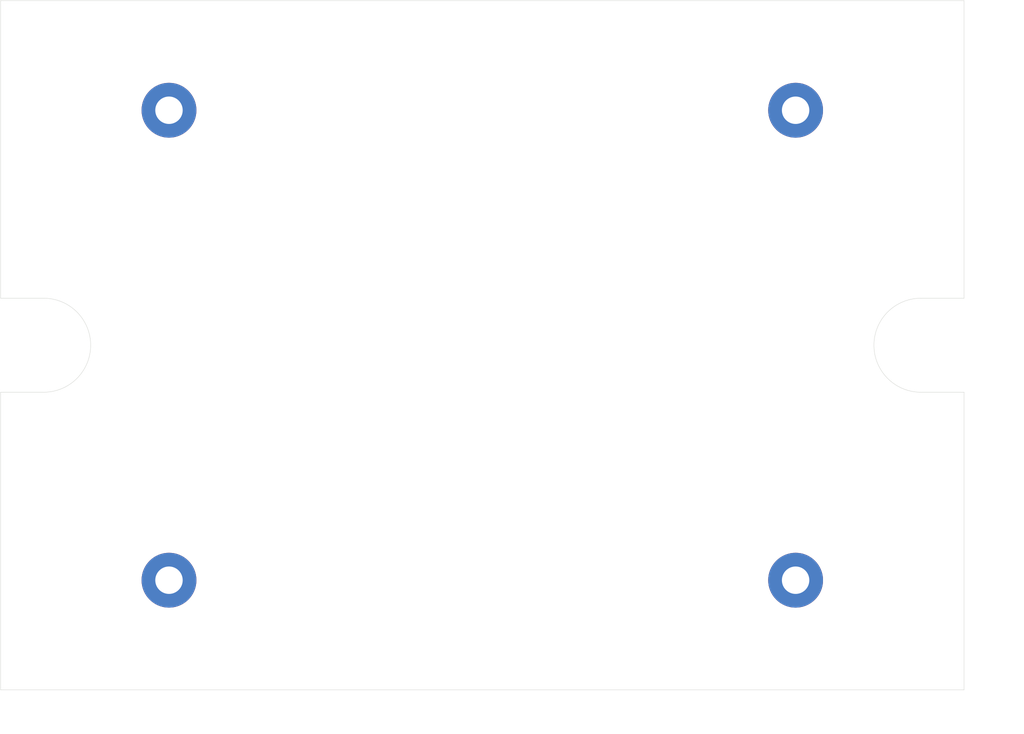
<source format=kicad_pcb>
(kicad_pcb (version 20171130) (host pcbnew "(5.1.4)-1")

  (general
    (thickness 1.6)
    (drawings 14)
    (tracks 0)
    (zones 0)
    (modules 4)
    (nets 1)
  )

  (page A4)
  (layers
    (0 F.Cu signal)
    (31 B.Cu signal)
    (32 B.Adhes user)
    (33 F.Adhes user)
    (34 B.Paste user)
    (35 F.Paste user)
    (36 B.SilkS user)
    (37 F.SilkS user)
    (38 B.Mask user)
    (39 F.Mask user)
    (40 Dwgs.User user)
    (41 Cmts.User user)
    (42 Eco1.User user)
    (43 Eco2.User user)
    (44 Edge.Cuts user)
    (45 Margin user)
    (46 B.CrtYd user)
    (47 F.CrtYd user)
    (48 B.Fab user)
    (49 F.Fab user)
  )

  (setup
    (last_trace_width 0.25)
    (trace_clearance 0.2)
    (zone_clearance 0.508)
    (zone_45_only no)
    (trace_min 0.2)
    (via_size 0.8)
    (via_drill 0.4)
    (via_min_size 0.4)
    (via_min_drill 0.3)
    (uvia_size 0.3)
    (uvia_drill 0.1)
    (uvias_allowed no)
    (uvia_min_size 0.2)
    (uvia_min_drill 0.1)
    (edge_width 0.05)
    (segment_width 0.2)
    (pcb_text_width 0.3)
    (pcb_text_size 1.5 1.5)
    (mod_edge_width 0.12)
    (mod_text_size 1 1)
    (mod_text_width 0.15)
    (pad_size 7 7)
    (pad_drill 3.5)
    (pad_to_mask_clearance 0.051)
    (solder_mask_min_width 0.25)
    (aux_axis_origin 15 103)
    (visible_elements 7FFFFFFF)
    (pcbplotparams
      (layerselection 0x010fc_ffffffff)
      (usegerberextensions false)
      (usegerberattributes false)
      (usegerberadvancedattributes false)
      (creategerberjobfile false)
      (excludeedgelayer true)
      (linewidth 0.100000)
      (plotframeref false)
      (viasonmask false)
      (mode 1)
      (useauxorigin false)
      (hpglpennumber 1)
      (hpglpenspeed 20)
      (hpglpendiameter 15.000000)
      (psnegative false)
      (psa4output false)
      (plotreference true)
      (plotvalue true)
      (plotinvisibletext false)
      (padsonsilk false)
      (subtractmaskfromsilk false)
      (outputformat 1)
      (mirror false)
      (drillshape 1)
      (scaleselection 1)
      (outputdirectory ""))
  )

  (net 0 "")

  (net_class Default "This is the default net class."
    (clearance 0.2)
    (trace_width 0.25)
    (via_dia 0.8)
    (via_drill 0.4)
    (uvia_dia 0.3)
    (uvia_drill 0.1)
  )

  (module MountingHole:MountingHole_3.5mm_Pad (layer F.Cu) (tedit 5D742D25) (tstamp 5D722C4E)
    (at 36.5 29)
    (descr "Mounting Hole 3.5mm")
    (tags "mounting hole 3.5mm")
    (attr virtual)
    (fp_text reference ~ (at 0 -4.5) (layer F.SilkS) hide
      (effects (font (size 1 1) (thickness 0.15)))
    )
    (fp_text value ~ (at 0 4.5) (layer F.Fab) hide
      (effects (font (size 1 1) (thickness 0.15)))
    )
    (fp_text user %R (at 0.3 0) (layer F.Fab)
      (effects (font (size 1 1) (thickness 0.15)))
    )
    (fp_circle (center 0 0) (end 3.5 0) (layer Cmts.User) (width 0.15))
    (fp_circle (center 0 0) (end 3.75 0) (layer F.CrtYd) (width 0.05))
    (pad ~ thru_hole circle (at 0 0) (size 7 7) (drill 3.5) (layers *.Cu *.Mask))
  )

  (module MountingHole:MountingHole_3.5mm_Pad (layer F.Cu) (tedit 5D742D3F) (tstamp 5D722C40)
    (at 36.5 89)
    (descr "Mounting Hole 3.5mm")
    (tags "mounting hole 3.5mm")
    (attr virtual)
    (fp_text reference ~ (at 0 -4.5) (layer F.SilkS) hide
      (effects (font (size 1 1) (thickness 0.15)))
    )
    (fp_text value ~ (at 0 4.5) (layer F.Fab) hide
      (effects (font (size 1 1) (thickness 0.15)))
    )
    (fp_circle (center 0 0) (end 3.75 0) (layer F.CrtYd) (width 0.05))
    (fp_circle (center 0 0) (end 3.5 0) (layer Cmts.User) (width 0.15))
    (fp_text user %R (at 0.3 0) (layer F.Fab)
      (effects (font (size 1 1) (thickness 0.15)))
    )
    (pad ~ thru_hole circle (at 0 0) (size 7 7) (drill 3.5) (layers *.Cu *.Mask))
  )

  (module MountingHole:MountingHole_3.5mm_Pad (layer F.Cu) (tedit 5D742D33) (tstamp 5D722C32)
    (at 116.5 29)
    (descr "Mounting Hole 3.5mm")
    (tags "mounting hole 3.5mm")
    (attr virtual)
    (fp_text reference ~ (at 0 -4.5) (layer F.SilkS) hide
      (effects (font (size 1 1) (thickness 0.15)))
    )
    (fp_text value ~ (at 0 4.5) (layer F.Fab) hide
      (effects (font (size 1 1) (thickness 0.15)))
    )
    (fp_text user %R (at 0.3 0) (layer F.Fab)
      (effects (font (size 1 1) (thickness 0.15)))
    )
    (fp_circle (center 0 0) (end 3.5 0) (layer Cmts.User) (width 0.15))
    (fp_circle (center 0 0) (end 3.75 0) (layer F.CrtYd) (width 0.05))
    (pad ~ thru_hole circle (at 0 0) (size 7 7) (drill 3.5) (layers *.Cu *.Mask))
  )

  (module MountingHole:MountingHole_3.5mm_Pad (layer F.Cu) (tedit 5D742D4B) (tstamp 5D722BFE)
    (at 116.5 89)
    (descr "Mounting Hole 3.5mm")
    (tags "mounting hole 3.5mm")
    (attr virtual)
    (fp_text reference ~ (at 0 -4.5) (layer F.SilkS) hide
      (effects (font (size 1 1) (thickness 0.15)))
    )
    (fp_text value ~ (at 0 4.5) (layer F.Fab) hide
      (effects (font (size 1 1) (thickness 0.15)))
    )
    (fp_circle (center 0 0) (end 3.75 0) (layer F.CrtYd) (width 0.05))
    (fp_circle (center 0 0) (end 3.5 0) (layer Cmts.User) (width 0.15))
    (fp_text user %R (at 0.3 0) (layer F.Fab)
      (effects (font (size 1 1) (thickness 0.15)))
    )
    (pad ~ thru_hole circle (at 0 0) (size 7 7) (drill 3.5) (layers *.Cu *.Mask))
  )

  (dimension 123 (width 0.15) (layer Dwgs.User)
    (gr_text "123,000 mm" (at 76.5 109.3) (layer Dwgs.User)
      (effects (font (size 1 1) (thickness 0.15)))
    )
    (feature1 (pts (xy 138 103) (xy 138 108.586421)))
    (feature2 (pts (xy 15 103) (xy 15 108.586421)))
    (crossbar (pts (xy 15 108) (xy 138 108)))
    (arrow1a (pts (xy 138 108) (xy 136.873496 108.586421)))
    (arrow1b (pts (xy 138 108) (xy 136.873496 107.413579)))
    (arrow2a (pts (xy 15 108) (xy 16.126504 108.586421)))
    (arrow2b (pts (xy 15 108) (xy 16.126504 107.413579)))
  )
  (dimension 88 (width 0.15) (layer Dwgs.User)
    (gr_text "88,000 mm" (at 144.3 59 270) (layer Dwgs.User)
      (effects (font (size 1 1) (thickness 0.15)))
    )
    (feature1 (pts (xy 138 103) (xy 143.586421 103)))
    (feature2 (pts (xy 138 15) (xy 143.586421 15)))
    (crossbar (pts (xy 143 15) (xy 143 103)))
    (arrow1a (pts (xy 143 103) (xy 142.413579 101.873496)))
    (arrow1b (pts (xy 143 103) (xy 143.586421 101.873496)))
    (arrow2a (pts (xy 143 15) (xy 142.413579 16.126504)))
    (arrow2b (pts (xy 143 15) (xy 143.586421 16.126504)))
  )
  (gr_line (start 138 53) (end 138 15) (layer Edge.Cuts) (width 0.05) (tstamp 5D722B79))
  (gr_line (start 132.5 53) (end 138 53) (layer Edge.Cuts) (width 0.05))
  (gr_line (start 138 65) (end 132.5 65) (layer Edge.Cuts) (width 0.05) (tstamp 5D722B78))
  (gr_line (start 138 103) (end 138 65) (layer Edge.Cuts) (width 0.05))
  (gr_arc (start 132.5 59) (end 132.5 53) (angle -180) (layer Edge.Cuts) (width 0.05) (tstamp 5D722B74))
  (gr_line (start 15 65) (end 20.5 65) (layer Edge.Cuts) (width 0.05) (tstamp 5D722B72))
  (gr_line (start 15 103) (end 15 65) (layer Edge.Cuts) (width 0.05))
  (gr_line (start 15 53) (end 15 15) (layer Edge.Cuts) (width 0.05) (tstamp 5D722B71))
  (gr_line (start 20.5 53) (end 15 53) (layer Edge.Cuts) (width 0.05))
  (gr_arc (start 20.5 59) (end 20.5 65) (angle -180) (layer Edge.Cuts) (width 0.05))
  (gr_line (start 15 103) (end 138 103) (layer Edge.Cuts) (width 0.05) (tstamp 5D722B58))
  (gr_line (start 15 15) (end 138 15) (layer Edge.Cuts) (width 0.05))

)

</source>
